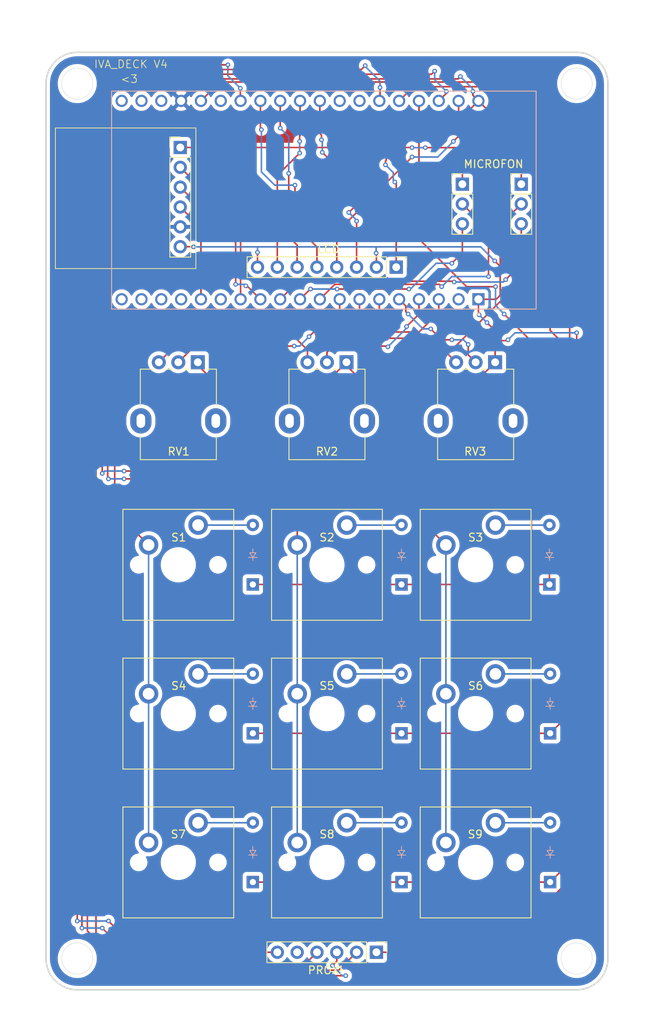
<source format=kicad_pcb>
(kicad_pcb (version 20240108) (generator "pcbnew") (generator_version "8.0")
  (layers (0 "F.Cu" signal) (31 "B.Cu" signal) (34 "B.Paste" user) (35 "F.Paste" user) (36 "B.SilkS" user "B.Silkscreen") (37 "F.SilkS" user "F.Silkscreen") (38 "B.Mask" user) (39 "F.Mask" user) (44 "Edge.Cuts" user))
  (net 0 "")
  (net 1 "row 1")
  (net 2 "Net-(D1-A)")
  (net 3 "Net-(D2-A)")
  (net 4 "Net-(D3-A)")
  (net 5 "Net-(D4-A)")
  (net 6 "row 2")
  (net 7 "Net-(D5-A)")
  (net 8 "Net-(D6-A)")
  (net 9 "row 3")
  (net 10 "Net-(D7-A)")
  (net 11 "Net-(D8-A)")
  (net 12 "Net-(D9-A)")
  (net 13 "vol 1")
  (net 14 "vol 2")
  (net 15 "vol 3")
  (net 16 "col 1")
  (net 17 "col 2")
  (net 18 "col 3")
  (net 19 "D_SDA")
  (net 20 "D_SCL")
  (net 21 "D_DC")
  (net 23 "D_RST")
  (net 27 "C_clk")
  (net 30 "M_SCK")
  (net 33 "M_WS")
  (net 34 "M_SD")
  (net 36 "P_SCL")
  (net 37 "C_vcc")
  (net 38 "C_gnd")
  (net 39 "C_cs")
  (net 40 "C_miso")
  (net 41 "C_mosi")
  (net 42 "P_XSHUT")
  (net 43 "vcc_5v")
  (net 44 "P_GPIO1")
  (net 45 "P_SDA")
  (net 46 "D_CS")
  (footprint "Potentiometer_THT:Potentiometer_Alpha_RD901F-40-00D_Single_Vertical" (layer "F.Cu") (at 99.45 78.075 -90)
    (property "Reference" "RV1")
    (property "Value" "R_Potentiometer" (hide yes))
  )
  (footprint "ScottoKeebs_MX:MX_PCB_1.00u" (layer "F.Cu") (at 96.95 104)
    (property "Reference" "S1")
    (property "Value" "Keyswitch")
  )
  (footprint "Potentiometer_THT:Potentiometer_Alpha_RD901F-40-00D_Single_Vertical" (layer "F.Cu") (at 137.55 78.075 -90)
    (property "Reference" "RV3")
    (property "Value" "R_Potentiometer")
  )
  (footprint "Connector_PinHeader_2.54mm:PinHeader_1x03_P2.54mm_Vertical" (layer "F.Cu") (at 133.35 55.275)
    (property "Reference" "MICROFON")
    (property "Value" "IMNP441_stanga" (hide yes))
  )
  (footprint "Connector_PinHeader_2.54mm:PinHeader_1x06_P2.54mm_Vertical" (layer "F.Cu") (at 97.2 50.58)
    (property "Reference" "J2" (hide yes))
    (property "Value" "Card_reader" (hide yes))
  )
  (footprint "Connector_PinHeader_2.54mm:PinHeader_1x08_P2.54mm_Vertical" (layer "F.Cu") (at 124.875 65.9 -90)
    (property "Reference" "LCD")
    (property "Value" "ST7789" (hide yes))
  )
  (footprint "ScottoKeebs_MX:MX_PCB_1.00u" (layer "F.Cu") (at 135.05 123.05)
    (property "Reference" "S6")
    (property "Value" "Keyswitch")
  )
  (footprint "Connector_PinHeader_2.54mm:PinHeader_1x06_P2.54mm_Vertical" (layer "F.Cu") (at 122.34 153.6 -90)
    (property "Reference" "PROXI")
    (property "Value" "VL53L0X" (hide yes))
  )
  (footprint "ScottoKeebs_MX:MX_PCB_1.00u" (layer "F.Cu") (at 96.95 142.1)
    (property "Reference" "S7")
    (property "Value" "Keyswitch")
  )
  (footprint "ScottoKeebs_MX:MX_PCB_1.00u" (layer "F.Cu") (at 116 104)
    (property "Reference" "S2")
    (property "Value" "Keyswitch")
  )
  (footprint "ScottoKeebs_MX:MX_PCB_1.00u" (layer "F.Cu") (at 135.05 142.1)
    (property "Reference" "S9")
    (property "Value" "Keyswitch")
  )
  (footprint "Potentiometer_THT:Potentiometer_Alpha_RD901F-40-00D_Single_Vertical" (layer "F.Cu") (at 118.5 78.075 -90)
    (property "Reference" "RV2")
    (property "Value" "R_Potentiometer")
  )
  (footprint "Connector_PinHeader_2.54mm:PinHeader_1x03_P2.54mm_Vertical" (layer "F.Cu") (at 140.9 55.275)
    (property "Reference" "J4" (hide yes))
    (property "Value" "IMNP441_Dreapta" (hide yes))
  )
  (footprint "ScottoKeebs_MX:MX_PCB_1.00u" (layer "F.Cu") (at 116 123.05)
    (property "Reference" "S5")
    (property "Value" "Keyswitch")
  )
  (footprint "ScottoKeebs_MX:MX_PCB_1.00u" (layer "F.Cu") (at 135.05 104)
    (property "Reference" "S3")
    (property "Value" "Keyswitch")
  )
  (footprint "ScottoKeebs_MX:MX_PCB_1.00u" (layer "F.Cu") (at 116 142.1)
    (property "Reference" "S8")
    (property "Value" "Keyswitch")
  )
  (footprint "ScottoKeebs_MX:MX_PCB_1.00u" (layer "F.Cu") (at 96.95 123.05)
    (property "Reference" "S4")
    (property "Value" "Keyswitch")
  )
  (footprint "ScottoKeebs_Scotto:DO-35" (layer "B.Cu") (at 144.6 125.57 90)
    (property "Reference" "D6" (hide yes))
    (property "Value" "Diode" (hide yes))
  )
  (footprint "ScottoKeebs_Scotto:DO-35" (layer "B.Cu") (at 144.6 144.62 90)
    (property "Reference" "D9" (hide yes))
    (property "Value" "Diode" (hide yes))
  )
  (footprint "ScottoKeebs_Scotto:DO-35" (layer "B.Cu") (at 144.51 106.52 90)
    (property "Reference" "D3" (hide yes))
    (property "Value" "Diode" (hide yes))
  )
  (footprint "ScottoKeebs_Scotto:DO-35" (layer "B.Cu") (at 106.5 144.62 90)
    (property "Reference" "D7" (hide yes))
    (property "Value" "Diode" (hide yes))
  )
  (footprint "ScottoKeebs_Scotto:DO-35" (layer "B.Cu") (at 106.5 125.57 90)
    (property "Reference" "D4" (hide yes))
    (property "Value" "Diode" (hide yes))
  )
  (footprint "ScottoKeebs_Scotto:DO-35" (layer "B.Cu") (at 125.55 144.62 90)
    (property "Reference" "D8" (hide yes))
    (property "Value" "Diode" (hide yes))
  )
  (footprint "ESP32-DEVKITC-32D:MODULE_ESP32-DEVKITC-32D" (layer "B.Cu") (at 115.65 57.3125 90)
    (property "Reference" "U3" (hide yes))
    (property "Value" "ESP32-DEVKITC-32D")
  )
  (footprint "ScottoKeebs_Scotto:DO-35" (layer "B.Cu") (at 125.55 125.57 90)
    (property "Reference" "D5" (hide yes))
    (property "Value" "Diode" (hide yes))
  )
  (footprint "ScottoKeebs_Scotto:DO-35" (layer "B.Cu") (at 106.5 106.52 90)
    (property "Reference" "D1" (hide yes))
    (property "Value" "Diode" (hide yes))
  )
  (footprint "ScottoKeebs_Scotto:DO-35" (layer "B.Cu") (at 125.55 106.52 90)
    (property "Reference" "D2" (hide yes))
    (property "Value" "Diode" (hide yes))
  )
  (gr_line (start 81.2 48.08) (end 99.2 48.08) (stroke (width 0.1)) (layer "F.SilkS"))
  (gr_line (start 99.2 66.08) (end 81.2 66.08) (stroke (width 0.1)) (layer "F.SilkS"))
  (gr_line (start 81.2 66.08) (end 81.2 48.08) (stroke (width 0.1)) (layer "F.SilkS"))
  (gr_line (start 99.2 48.08) (end 99.2 66.08) (stroke (width 0.1)) (layer "F.SilkS"))
  (gr_circle (center 84 154.4) (end 86 154.4) (stroke (width 0.05)) (fill none) (layer "Edge.Cuts"))
  (gr_circle (center 84 42.4) (end 86 42.4) (stroke (width 0.05)) (fill none) (layer "Edge.Cuts"))
  (gr_circle (center 148 42.4) (end 150 42.4) (stroke (width 0.05)) (fill none) (layer "Edge.Cuts"))
  (gr_arc (start 148 38.4) (mid 150.828427 39.571573) (end 152 42.4) (stroke (width 0.2)) (layer "Edge.Cuts"))
  (gr_line (start 84 38.4) (end 148 38.4) (stroke (width 0.2)) (layer "Edge.Cuts"))
  (gr_circle (center 148 154.4) (end 150 154.4) (stroke (width 0.05)) (fill none) (layer "Edge.Cuts"))
  (gr_arc (start 84 158.4) (mid 81.171573 157.228427) (end 80 154.4) (stroke (width 0.2)) (layer "Edge.Cuts"))
  (gr_line (start 80 154.4) (end 80 42.4) (stroke (width 0.2)) (layer "Edge.Cuts"))
  (gr_arc (start 80 42.4) (mid 81.171573 39.571573) (end 84 38.4) (stroke (width 0.2)) (layer "Edge.Cuts"))
  (gr_arc (start 152 154.4) (mid 150.828427 157.228427) (end 148 158.4) (stroke (width 0.2)) (layer "Edge.Cuts"))
  (gr_line (start 148 158.4) (end 84 158.4) (stroke (width 0.2)) (layer "Edge.Cuts"))
  (gr_line (start 152 42.4) (end 152 154.4) (stroke (width 0.2)) (layer "Edge.Cuts"))
  (gr_text "IVA_DECK V4\n" (at 86.1 40.5 0) (layer "F.SilkS") (effects (font (size 1 1) (thickness 0.1)) (justify left bottom)))
  (gr_text "<3" (at 89.5 42.4 0) (layer "F.SilkS") (effects (font (size 1 1) (thickness 0.1)) (justify left bottom)))
  (segment (start 142.2 100.9) (end 142.2 75.4) (width 0.2) (layer "F.Cu") (net 1))
  (segment (start 133.9 68.4) (end 127.79 62.29) (width 0.2) (layer "F.Cu") (net 1))
  (segment (start 142.2 75.4) (end 138.7 71.9) (width 0.2) (layer "F.Cu") (net 1))
  (segment (start 144.51 103.21) (end 142.2 100.9) (width 0.2) (layer "F.Cu") (net 1))
  (segment (start 137.6 68.4) (end 133.9 68.4) (width 0.2) (layer "F.Cu") (net 1))
  (segment (start 144.51 106.52) (end 144.51 103.21) (width 0.2) (layer "F.Cu") (net 1))
  (segment (start 127.79 62.29) (end 127.79 44.6125) (width 0.2) (layer "F.Cu") (net 1))
  (segment (start 106.5 106.52) (end 125.55 106.52) (width 0.2) (layer "F.Cu") (net 1))
  (segment (start 125.55 106.52) (end 144.51 106.52) (width 0.2) (layer "F.Cu") (net 1))
  (via (at 137.6 68.4) (size 0.6) (drill 0.3) (layers "F.Cu" "B.Cu") (net 1))
  (via (at 138.7 71.9) (size 0.6) (drill 0.3) (layers "F.Cu" "B.Cu") (net 1))
  (segment (start 137.6 70.8) (end 137.6 68.4) (width 0.2) (layer "B.Cu") (net 1))
  (segment (start 138.7 71.9) (end 137.6 70.8) (width 0.2) (layer "B.Cu") (net 1))
  (segment (start 106.48 98.92) (end 106.5 98.9) (width 0.2) (layer "B.Cu") (net 2))
  (segment (start 99.49 98.92) (end 106.48 98.92) (width 0.2) (layer "B.Cu") (net 2))
  (segment (start 125.53 98.92) (end 125.55 98.9) (width 0.2) (layer "B.Cu") (net 3))
  (segment (start 118.54 98.92) (end 125.53 98.92) (width 0.2) (layer "B.Cu") (net 3))
  (segment (start 144.49 98.92) (end 144.51 98.9) (width 0.2) (layer "B.Cu") (net 4))
  (segment (start 137.59 98.92) (end 144.49 98.92) (width 0.2) (layer "B.Cu") (net 4))
  (segment (start 99.49 117.97) (end 106.48 117.97) (width 0.2) (layer "B.Cu") (net 5))
  (segment (start 106.48 117.97) (end 106.5 117.95) (width 0.2) (layer "B.Cu") (net 5))
  (segment (start 144.6 48.6) (end 138.8 42.8) (width 0.2) (layer "F.Cu") (net 6))
  (segment (start 144.6 74) (end 144.6 48.6) (width 0.2) (layer "F.Cu") (net 6))
  (segment (start 144.6 125.57) (end 146.4 123.77) (width 0.2) (layer "F.Cu") (net 6))
  (segment (start 146.4 75.8) (end 144.6 74) (width 0.2) (layer "F.Cu") (net 6))
  (segment (start 138.8 42.8) (end 127.0625 42.8) (width 0.2) (layer "F.Cu") (net 6))
  (segment (start 146.4 123.77) (end 146.4 75.8) (width 0.2) (layer "F.Cu") (net 6))
  (segment (start 125.55 125.57) (end 144.6 125.57) (width 0.2) (layer "F.Cu") (net 6))
  (segment (start 127.0625 42.8) (end 125.25 44.6125) (width 0.2) (layer "F.Cu") (net 6))
  (segment (start 106.5 125.57) (end 125.55 125.57) (width 0.2) (layer "F.Cu") (net 6))
  (segment (start 118.54 117.97) (end 125.53 117.97) (width 0.2) (layer "B.Cu") (net 7))
  (segment (start 125.53 117.97) (end 125.55 117.95) (width 0.2) (layer "B.Cu") (net 7))
  (segment (start 144.58 117.97) (end 144.6 117.95) (width 0.2) (layer "B.Cu") (net 8))
  (segment (start 137.59 117.97) (end 144.58 117.97) (width 0.2) (layer "B.Cu") (net 8))
  (segment (start 147.1 142.4) (end 147.1 50.4) (width 0.2) (layer "F.Cu") (net 9))
  (segment (start 146.38 143.12) (end 147.1 142.4) (width 0.2) (layer "F.Cu") (net 9))
  (segment (start 138.9 42.2) (end 102.2625 42.2) (width 0.2) (layer "F.Cu") (net 9))
  (segment (start 102.2625 42.2) (end 99.85 44.6125) (width 0.2) (layer "F.Cu") (net 9))
  (segment (start 144.6 144.62) (end 146.1 143.12) (width 0.2) (layer "F.Cu") (net 9))
  (segment (start 146.1 143.12) (end 146.38 143.12) (width 0.2) (layer "F.Cu") (net 9))
  (segment (start 147.1 50.4) (end 138.9 42.2) (width 0.2) (layer "F.Cu") (net 9))
  (segment (start 125.55 144.62) (end 144.6 144.62) (width 0.2) (layer "F.Cu") (net 9))
  (segment (start 106.5 144.62) (end 125.55 144.62) (width 0.2) (layer "F.Cu") (net 9))
  (segment (start 99.49 137.02) (end 106.48 137.02) (width 0.2) (layer "B.Cu") (net 10))
  (segment (start 106.48 137.02) (end 106.5 137) (width 0.2) (layer "B.Cu") (net 10))
  (segment (start 118.54 137.02) (end 125.53 137.02) (width 0.2) (layer "B.Cu") (net 11))
  (segment (start 125.53 137.02) (end 125.55 137) (width 0.2) (layer "B.Cu") (net 11))
  (segment (start 144.58 137.02) (end 144.6 137) (width 0.2) (layer "B.Cu") (net 12))
  (segment (start 137.59 137.02) (end 144.58 137.02) (width 0.2) (layer "B.Cu") (net 12))
  (segment (start 99.025 76) (end 111.8 76) (width 0.2) (layer "F.Cu") (net 13))
  (segment (start 127.8 74.2) (end 130.33 71.67) (width 0.2) (layer "F.Cu") (net 13))
  (segment (start 113.7 74.8) (end 114.3 74.2) (width 0.2) (layer "F.Cu") (net 13))
  (segment (start 96.95 78.075) (end 99.025 76) (width 0.2) (layer "F.Cu") (net 13))
  (segment (start 114.3 74.2) (end 127.8 74.2) (width 0.2) (layer "F.Cu") (net 13))
  (segment (start 130.33 71.67) (end 130.33 70.0125) (width 0.2) (layer "F.Cu") (net 13))
  (via (at 113.7 74.8) (size 0.6) (drill 0.3) (layers "F.Cu" "B.Cu") (net 13))
  (via (at 111.8 76) (size 0.6) (drill 0.3) (layers "F.Cu" "B.Cu") (net 13))
  (segment (start 111.8 76) (end 112.5 76) (width 0.2) (layer "B.Cu") (net 13))
  (segment (start 112.5 76) (end 113.7 74.8) (width 0.2) (layer "B.Cu") (net 13))
  (segment (start 116.8 76) (end 123.7 76) (width 0.2) (layer "F.Cu") (net 14))
  (segment (start 116 76.8) (end 116.8 76) (width 0.2) (layer "F.Cu") (net 14))
  (segment (start 127.79 71.91) (end 127.79 70.0125) (width 0.2) (layer "F.Cu") (net 14))
  (segment (start 116 78.075) (end 116 76.8) (width 0.2) (layer "F.Cu") (net 14))
  (segment (start 126.2 73.5) (end 127.79 71.91) (width 0.2) (layer "F.Cu") (net 14))
  (segment (start 123.7 76) (end 123.8 76.1) (width 0.2) (layer "F.Cu") (net 14))
  (via (at 123.8 76.1) (size 0.6) (drill 0.3) (layers "F.Cu" "B.Cu") (net 14))
  (via (at 126.2 73.5) (size 0.6) (drill 0.3) (layers "F.Cu" "B.Cu") (net 14))
  (segment (start 123.8 76.1) (end 126.2 73.7) (width 0.2) (layer "B.Cu") (net 14))
  (segment (start 126.2 73.7) (end 126.2 73.5) (width 0.2) (layer "B.Cu") (net 14))
  (segment (start 126.4 71.9) (end 126.1 71.6) (width 0.2) (layer "F.Cu") (net 15))
  (segment (start 126.1 71.6) (end 126.1 70.8625) (width 0.2) (layer "F.Cu") (net 15))
  (segment (start 126.1 70.8625) (end 125.25 70.0125) (width 0.2) (layer "F.Cu") (net 15))
  (segment (start 130.7 75.2) (end 129.3 73.8) (width 0.2) (layer "F.Cu") (net 15))
  (segment (start 135.05 78.075) (end 134.1 77.125) (width 0.2) (layer "F.Cu") (net 15))
  (segment (start 132 75.2) (end 130.7 75.2) (width 0.2) (layer "F.Cu") (net 15))
  (segment (start 134.1 77.125) (end 134.1 75.8) (width 0.2) (layer "F.Cu") (net 15))
  (via (at 132 75.2) (size 0.6) (drill 0.3) (layers "F.Cu" "B.Cu") (net 15))
  (via (at 129.3 73.8) (size 0.6) (drill 0.3) (layers "F.Cu" "B.Cu") (net 15))
  (via (at 126.4 71.9) (size 0.6) (drill 0.3) (layers "F.Cu" "B.Cu") (net 15))
  (via (at 134.1 75.8) (size 0.6) (drill 0.3) (layers "F.Cu" "B.Cu") (net 15))
  (segment (start 134.1 75.8) (end 133.5 75.2) (width 0.2) (layer "B.Cu") (net 15))
  (segment (start 133.5 75.2) (end 132 75.2) (width 0.2) (layer "B.Cu") (net 15))
  (segment (start 129.3 73.8) (end 128.3 73.8) (width 0.2) (layer "B.Cu") (net 15))
  (segment (start 128.3 73.8) (end 126.4 71.9) (width 0.2) (layer "B.Cu") (net 15))
  (segment (start 88.8 81.4) (end 96 74.2) (width 0.2) (layer "F.Cu") (net 16))
  (segment (start 122.71 71.49) (end 122.71 70.0125) (width 0.2) (layer "F.Cu") (net 16))
  (segment (start 88.8 97.12) (end 88.8 81.4) (width 0.2) (layer "F.Cu") (net 16))
  (segment (start 112.851471 73.6) (end 120.6 73.6) (width 0.2) (layer "F.Cu") (net 16))
  (segment (start 112.251471 74.2) (end 112.851471 73.6) (width 0.2) (layer "F.Cu") (net 16))
  (segment (start 96 74.2) (end 112.251471 74.2) (width 0.2) (layer "F.Cu") (net 16))
  (segment (start 120.6 73.6) (end 122.71 71.49) (width 0.2) (layer "F.Cu") (net 16))
  (segment (start 93.14 101.46) (end 88.8 97.12) (width 0.2) (layer "F.Cu") (net 16))
  (segment (start 93.14 120.51) (end 93.14 139.56) (width 0.2) (layer "B.Cu") (net 16))
  (segment (start 93.14 101.46) (end 93.14 120.51) (width 0.2) (layer "B.Cu") (net 16))
  (segment (start 112.285785 73.6) (end 112.885785 73) (width 0.2) (layer "F.Cu") (net 17))
  (segment (start 120.17 71.5) (end 120.17 70.0125) (width 0.2) (layer "F.Cu") (net 17))
  (segment (start 112.885785 73) (end 118.67 73) (width 0.2) (layer "F.Cu") (net 17))
  (segment (start 118.67 73) (end 120.17 71.5) (width 0.2) (layer "F.Cu") (net 17))
  (segment (start 87.9 81.4) (end 95.7 73.6) (width 0.2) (layer "F.Cu") (net 17))
  (segment (start 112 93) (end 90 93) (width 0.2) (layer "F.Cu") (net 17))
  (segment (start 112.19 97) (end 112.19 101.46) (width 0.2) (layer "F.Cu") (net 17))
  (segment (start 112.19 97) (end 112.19 93.19) (width 0.2) (layer "F.Cu") (net 17))
  (segment (start 112.19 93.19) (end 112 93) (width 0.2) (layer "F.Cu") (net 17))
  (segment (start 88 93) (end 87.9 92.9) (width 0.2) (layer "F.Cu") (net 17))
  (segment (start 95.7 73.6) (end 112.285785 73.6) (width 0.2) (layer "F.Cu") (net 17))
  (segment (start 87.9 92.9) (end 87.9 81.4) (width 0.2) (layer "F.Cu") (net 17))
  (via (at 90 93) (size 0.6) (drill 0.3) (layers "F.Cu" "B.Cu") (net 17))
  (via (at 88 93) (size 0.6) (drill 0.3) (layers "F.Cu" "B.Cu") (net 17))
  (segment (start 112.19 120.51) (end 112.19 139.56) (width 0.2) (layer "B.Cu") (net 17))
  (segment (start 112.19 101.46) (end 112.19 120.51) (width 0.2) (layer "B.Cu") (net 17))
  (segment (start 90 93) (end 88 93) (width 0.2) (layer "B.Cu") (net 17))
  (segment (start 95.517157 72.8) (end 112.520099 72.8) (width 0.2) (layer "F.Cu") (net 18))
  (segment (start 112.720099 72.6) (end 116.8 72.6) (width 0.2) (layer "F.Cu") (net 18))
  (segment (start 87.2 81.117157) (end 95.517157 72.8) (width 0.2) (layer "F.Cu") (net 18))
  (segment (start 112.520099 72.8) (end 112.720099 72.6) (width 0.2) (layer "F.Cu") (net 18))
  (segment (start 87.2 92.3) (end 87.2 81.117157) (width 0.2) (layer "F.Cu") (net 18))
  (segment (start 124.8 95.02) (end 121.78 92) (width 0.2) (layer "F.Cu") (net 18))
  (segment (start 116.8 72.6) (end 117.63 71.77) (width 0.2) (layer "F.Cu") (net 18))
  (segment (start 117.63 71.77) (end 117.63 70.0125) (width 0.2) (layer "F.Cu") (net 18))
  (segment (start 121.78 92) (end 90 92) (width 0.2) (layer "F.Cu") (net 18))
  (segment (start 124.8 95.02) (end 131.24 101.46) (width 0.2) (layer "F.Cu") (net 18))
  (via (at 90 92) (size 0.6) (drill 0.3) (layers "F.Cu" "B.Cu") (net 18))
  (via (at 87.2 92.3) (size 0.6) (drill 0.3) (layers "F.Cu" "B.Cu") (net 18))
  (segment (start 131.24 120.51) (end 131.24 139.56) (width 0.2) (layer "B.Cu") (net 18))
  (segment (start 131.24 101.46) (end 131.24 120.51) (width 0.2) (layer "B.Cu") (net 18))
  (segment (start 87.2 92.3) (end 87.5 92) (width 0.2) (layer "B.Cu") (net 18))
  (segment (start 87.5 92) (end 90 92) (width 0.2) (layer "B.Cu") (net 18))
  (segment (start 117.255 65.9) (end 117.255 61.445) (width 0.2) (layer "F.Cu") (net 19))
  (segment (start 132.87 49.13) (end 132.87 44.6125) (width 0.2) (layer "F.Cu") (net 19))
  (segment (start 117.255 61.445) (end 126.9 51.8) (width 0.2) (layer "F.Cu") (net 19))
  (segment (start 132.2 49.8) (end 132.87 49.13) (width 0.2) (layer "F.Cu") (net 19))
  (via (at 126.9 51.8) (size 0.6) (drill 0.3) (layers "F.Cu" "B.Cu") (net 19))
  (via (at 132.2 49.8) (size 0.6) (drill 0.3) (layers "F.Cu" "B.Cu") (net 19))
  (segment (start 130.2 51.8) (end 132.2 49.8) (width 0.2) (layer "B.Cu") (net 19))
  (segment (start 126.9 51.8) (end 130.2 51.8) (width 0.2) (layer "B.Cu") (net 19))
  (segment (start 118.8 58.9) (end 119.9 57.8) (width 0.2) (layer "F.Cu") (net 20))
  (segment (start 115.3 49.6) (end 115.3 49) (width 0.2) (layer "F.Cu") (net 20))
  (segment (start 119.795 60.005) (end 119.8 60) (width 0.2) (layer "F.Cu") (net 20))
  (segment (start 119.795 65.9) (end 119.795 60.005) (width 0.2) (layer "F.Cu") (net 20))
  (segment (start 115.3 49) (end 115.09 48.79) (width 0.2) (layer "F.Cu") (net 20))
  (segment (start 119.9 55.7) (end 115.4 51.2) (width 0.2) (layer "F.Cu") (net 20))
  (segment (start 119.9 57.8) (end 119.9 55.7) (width 0.2) (layer "F.Cu") (net 20))
  (segment (start 115.09 48.79) (end 115.09 44.6125) (width 0.2) (layer "F.Cu") (net 20))
  (via (at 115.3 49.6) (size 0.6) (drill 0.3) (layers "F.Cu" "B.Cu") (net 20))
  (via (at 119.8 60) (size 0.6) (drill 0.3) (layers "F.Cu" "B.Cu") (net 20))
  (via (at 115.4 51.2) (size 0.6) (drill 0.3) (layers "F.Cu" "B.Cu") (net 20))
  (via (at 118.8 58.9) (size 0.6) (drill 0.3) (layers "F.Cu" "B.Cu") (net 20))
  (segment (start 119.8 60) (end 119.8 59.9) (width 0.2) (layer "B.Cu") (net 20))
  (segment (start 119.8 59.9) (end 118.8 58.9) (width 0.2) (layer "B.Cu") (net 20))
  (segment (start 115.4 49.7) (end 115.3 49.6) (width 0.2) (layer "B.Cu") (net 20))
  (segment (start 115.4 51.2) (end 115.4 49.7) (width 0.2) (layer "B.Cu") (net 20))
  (segment (start 111.1 62) (end 111.1 53.9) (width 0.2) (layer "F.Cu") (net 21))
  (segment (start 112.175 63.075) (end 111.1 62) (width 0.2) (layer "F.Cu") (net 21))
  (segment (start 112.175 65.9) (end 112.175 63.075) (width 0.2) (layer "F.Cu") (net 21))
  (segment (start 110.01 48.1) (end 110.01 44.6125) (width 0.2) (layer "F.Cu") (net 21))
  (via (at 111.1 53.9) (size 0.6) (drill 0.3) (layers "F.Cu" "B.Cu") (net 21))
  (via (at 110.01 48.1) (size 0.6) (drill 0.3) (layers "F.Cu" "B.Cu") (net 21))
  (segment (start 110.01 48.1) (end 111.1 49.19) (width 0.2) (layer "B.Cu") (net 21))
  (segment (start 111.1 49.19) (end 111.1 53.9) (width 0.2) (layer "B.Cu") (net 21))
  (segment (start 114.715 63.315) (end 111.9 60.5) (width 0.2) (layer "F.Cu") (net 23))
  (segment (start 114.715 65.9) (end 114.715 63.315) (width 0.2) (layer "F.Cu") (net 23))
  (segment (start 107.47 48.17) (end 107.47 44.6125) (width 0.2) (layer "F.Cu") (net 23))
  (segment (start 107.6 48.3) (end 107.47 48.17) (width 0.2) (layer "F.Cu") (net 23))
  (segment (start 111.9 60.5) (end 111.9 55.4) (width 0.2) (layer "F.Cu") (net 23))
  (via (at 107.6 48.3) (size 0.6) (drill 0.3) (layers "F.Cu" "B.Cu") (net 23))
  (via (at 111.9 55.4) (size 0.6) (drill 0.3) (layers "F.Cu" "B.Cu") (net 23))
  (segment (start 111.9 55.4) (end 109.3 55.4) (width 0.2) (layer "B.Cu") (net 23))
  (segment (start 107.6 53.7) (end 107.6 48.3) (width 0.2) (layer "B.Cu") (net 23))
  (segment (start 109.3 55.4) (end 107.6 53.7) (width 0.2) (layer "B.Cu") (net 23))
  (segment (start 97.2 55.66) (end 104.3 62.76) (width 0.2) (layer "F.Cu") (net 27))
  (segment (start 105.8575 68.4) (end 107.47 70.0125) (width 0.2) (layer "F.Cu") (net 27))
  (segment (start 105.7 68.4) (end 105.8575 68.4) (width 0.2) (layer "F.Cu") (net 27))
  (segment (start 104.3 62.76) (end 104.3 68.1) (width 0.2) (layer "F.Cu") (net 27))
  (segment (start 105.6 68.3) (end 105.7 68.4) (width 0.2) (layer "F.Cu") (net 27))
  (via (at 105.6 68.3) (size 0.6) (drill 0.3) (layers "F.Cu" "B.Cu") (net 27))
  (via (at 104.3 68.1) (size 0.6) (drill 0.3) (layers "F.Cu" "B.Cu") (net 27))
  (segment (start 105.4 68.1) (end 105.6 68.3) (width 0.2) (layer "B.Cu") (net 27))
  (segment (start 104.3 68.1) (end 105.4 68.1) (width 0.2) (layer "B.Cu") (net 27))
  (segment (start 113.9 68.7) (end 113.8625 68.7) (width 0.2) (layer "F.Cu") (net 30))
  (segment (start 133.35 64.05) (end 132 65.4) (width 0.2) (layer "F.Cu") (net 30))
  (segment (start 133.35 60.355) (end 133.35 64.05) (width 0.2) (layer "F.Cu") (net 30))
  (segment (start 126.5 68.7) (end 117.3 68.7) (width 0.2) (layer "F.Cu") (net 30))
  (segment (start 113.8625 68.7) (end 112.55 70.0125) (width 0.2) (layer "F.Cu") (net 30))
  (via (at 132 65.4) (size 0.6) (drill 0.3) (layers "F.Cu" "B.Cu") (net 30))
  (via (at 117.3 68.7) (size 0.6) (drill 0.3) (layers "F.Cu" "B.Cu") (net 30))
  (via (at 126.5 68.7) (size 0.6) (drill 0.3) (layers "F.Cu" "B.Cu") (net 30))
  (via (at 113.9 68.7) (size 0.6) (drill 0.3) (layers "F.Cu" "B.Cu") (net 30))
  (segment (start 126.7 68.7) (end 130 65.4) (width 0.2) (layer "B.Cu") (net 30))
  (segment (start 130 65.4) (end 132 65.4) (width 0.2) (layer "B.Cu") (net 30))
  (segment (start 126.5 68.7) (end 126.7 68.7) (width 0.2) (layer "B.Cu") (net 30))
  (segment (start 117.3 68.7) (end 113.9 68.7) (width 0.2) (layer "B.Cu") (net 30))
  (segment (start 130.7 68.4) (end 130.4 68.1) (width 0.2) (layer "F.Cu") (net 33))
  (segment (start 130.4 68.1) (end 117.0025 68.1) (width 0.2) (layer "F.Cu") (net 33))
  (segment (start 136.7 61.165) (end 136.7 67.1) (width 0.2) (layer "F.Cu") (net 33))
  (segment (start 133.35 57.815) (end 136.7 61.165) (width 0.2) (layer "F.Cu") (net 33))
  (segment (start 117.0025 68.1) (end 115.09 70.0125) (width 0.2) (layer "F.Cu") (net 33))
  (via (at 130.7 68.4) (size 0.6) (drill 0.3) (layers "F.Cu" "B.Cu") (net 33))
  (via (at 136.7 67.1) (size 0.6) (drill 0.3) (layers "F.Cu" "B.Cu") (net 33))
  (segment (start 136.7 67.1) (end 132 67.1) (width 0.2) (layer "B.Cu") (net 33))
  (segment (start 132 67.1) (end 130.7 68.4) (width 0.2) (layer "B.Cu") (net 33))
  (segment (start 132.3 67.8) (end 132.2 67.7) (width 0.2) (layer "F.Cu") (net 34))
  (segment (start 140.9 60.355) (end 140.9 65.5) (width 0.2) (layer "F.Cu") (net 34))
  (segment (start 112.3225 67.7) (end 110.01 70.0125) (width 0.2) (layer "F.Cu") (net 34))
  (segment (start 140.9 65.5) (end 138.9 67.5) (width 0.2) (layer "F.Cu") (net 34))
  (segment (start 132.2 67.7) (end 112.3225 67.7) (width 0.2) (layer "F.Cu") (net 34))
  (via (at 132.3 67.8) (size 0.6) (drill 0.3) (layers "F.Cu" "B.Cu") (net 34))
  (via (at 138.9 67.5) (size 0.6) (drill 0.3) (layers "F.Cu" "B.Cu") (net 34))
  (segment (start 138.6 67.8) (end 132.3 67.8) (width 0.2) (layer "B.Cu") (net 34))
  (segment (start 138.9 67.5) (end 138.6 67.8) (width 0.2) (layer "B.Cu") (net 34))
  (segment (start 118.426346 156.6) (end 118.4 156.6) (width 0.2) (layer "F.Cu") (net 36))
  (segment (start 129.4 41.2) (end 129.8 40.8) (width 0.2) (layer "F.Cu") (net 36))
  (segment (start 131.3 43.4) (end 131.3 43.6425) (width 0.2) (layer "F.Cu") (net 36))
  (segment (start 85.3 46.3) (end 90.4 41.2) (width 0.2) (layer "F.Cu") (net 36))
  (segment (start 91.034314 156.6) (end 85.3 150.865686) (width 0.2) (layer "F.Cu") (net 36))
  (segment (start 118.4 156.6) (end 91.034314 156.6) (width 0.2) (layer "F.Cu") (net 36))
  (segment (start 85.3 150.865686) (end 85.3 46.3) (width 0.2) (layer "F.Cu") (net 36))
  (segment (start 90.4 41.2) (end 129.4 41.2) (width 0.2) (layer "F.Cu") (net 36))
  (segment (start 131.3 43.6425) (end 130.33 44.6125) (width 0.2) (layer "F.Cu") (net 36))
  (segment (start 117.26 154.74) (end 116.7 155.3) (width 0.2) (layer "F.Cu") (net 36))
  (segment (start 117.26 153.6) (end 117.26 154.74) (width 0.2) (layer "F.Cu") (net 36))
  (via (at 129.8 40.8) (size 0.6) (drill 0.3) (layers "F.Cu" "B.Cu") (net 36))
  (via (at 118.4 156.6) (size 0.6) (drill 0.3) (layers "F.Cu" "B.Cu") (net 36))
  (via (at 116.7 155.3) (size 0.6) (drill 0.3) (layers "F.Cu" "B.Cu") (net 36))
  (via (at 131.3 43.4) (size 0.6) (drill 0.3) (layers "F.Cu" "B.Cu") (net 36))
  (segment (start 118 156.6) (end 118.4 156.6) (width 0.2) (layer "B.Cu") (net 36))
  (segment (start 129.8 41.9) (end 131.3 43.4) (width 0.2) (layer "B.Cu") (net 36))
  (segment (start 116.7 155.3) (end 118 156.6) (width 0.2) (layer "B.Cu") (net 36))
  (segment (start 129.8 40.8) (end 129.8 41.9) (width 0.2) (layer "B.Cu") (net 36))
  (segment (start 137.55 74.05) (end 136.5 73) (width 0.2) (layer "F.Cu") (net 37))
  (segment (start 99.45 78.45) (end 101 80) (width 0.2) (layer "F.Cu") (net 37))
  (segment (start 148 143.42) (end 148 74.3) (width 0.2) (layer "F.Cu") (net 37))
  (segment (start 135.625 80) (end 137.55 78.075) (width 0.2) (layer "F.Cu") (net 37))
  (segment (start 137.55 78.075) (end 137.55 75.3) (width 0.2) (layer "F.Cu") (net 37))
  (segment (start 135.41 71.91) (end 135.41 70.0125) (width 0.2) (layer "F.Cu") (net 37))
  (segment (start 106 80) (end 116.575 80) (width 0.2) (layer "F.Cu") (net 37))
  (segment (start 107.095 64.005) (end 107.1 64) (width 0.2) (layer "F.Cu") (net 37))
  (segment (start 122.34 153.6) (end 137.82 153.6) (width 0.2) (layer "F.Cu") (net 37))
  (segment (start 116.575 80) (end 118.5 78.075) (width 0.2) (layer "F.Cu") (net 37))
  (segment (start 138.2 65.8) (end 138.2 66.4) (width 0.2) (layer "F.Cu") (net 37))
  (segment (start 107.095 65.9) (end 107.095 64.005) (width 0.2) (layer "F.Cu") (net 37))
  (segment (start 137.55 75.3) (end 137.55 74.05) (width 0.2) (layer "F.Cu") (net 37))
  (segment (start 122.335 65.9) (end 122.335 64.135) (width 0.2) (layer "F.Cu") (net 37))
  (segment (start 140.9 57.815) (end 138.2 60.515) (width 0.2) (layer "F.Cu") (net 37))
  (segment (start 135.5 72) (end 135.41 71.91) (width 0.2) (layer "F.Cu") (net 37))
  (segment (start 122.335 64.135) (end 122.3 64.1) (width 0.2) (layer "F.Cu") (net 37))
  (segment (start 138.2 60.515) (end 138.2 66.4) (width 0.2) (layer "F.Cu") (net 37))
  (segment (start 137.82 153.6) (end 148 143.42) (width 0.2) (layer "F.Cu") (net 37))
  (segment (start 137.5 65.1) (end 138.2 65.8) (width 0.2) (layer "F.Cu") (net 37))
  (segment (start 101 80) (end 106 80) (width 0.2) (layer "F.Cu") (net 37))
  (segment (start 120 80) (end 135.625 80) (width 0.2) (layer "F.Cu") (net 37))
  (segment (start 138.2 66.4) (end 138.2 69.5) (width 0.2) (layer "F.Cu") (net 37))
  (segment (start 99.45 78.075) (end 99.45 78.45) (width 0.2) (layer "F.Cu") (net 37))
  (segment (start 138.2 69.5) (end 137.6875 70.0125) (width 0.2) (layer "F.Cu") (net 37))
  (segment (start 118.5 78.075) (end 118.5 78.5) (width 0.2) (layer "F.Cu") (net 37))
  (segment (start 137.6875 70.0125) (end 135.41 70.0125) (width 0.2) (layer "F.Cu") (net 37))
  (segment (start 139.1 75.3) (end 137.55 75.3) (width 0.2) (layer "F.Cu") (net 37))
  (segment (start 97.2 63.28) (end 98.88 63.28) (width 0.2) (layer "F.Cu") (net 37))
  (segment (start 139.2 75.2) (end 139.1 75.3) (width 0.2) (layer "F.Cu") (net 37))
  (segment (start 118.5 78.5) (end 120 80) (width 0.2) (layer "F.Cu") (net 37))
  (segment (start 98.88 63.28) (end 98.9 63.3) (width 0.2) (layer "F.Cu") (net 37))
  (via (at 136.5 73) (size 0.6) (drill 0.3) (layers "F.Cu" "B.Cu") (net 37))
  (via (at 135.5 72) (size 0.6) (drill 0.3) (layers "F.Cu" "B.Cu") (net 37))
  (via (at 137.5 65.1) (size 0.6) (drill 0.3) (layers "F.Cu" "B.Cu") (net 37))
  (via (at 122.3 64.1) (size 0.6) (drill 0.3) (layers "F.Cu" "B.Cu") (net 37))
  (via (at 98.9 63.3) (size 0.6) (drill 0.3) (layers "F.Cu" "B.Cu") (net 37))
  (via (at 139.2 75.2) (size 0.6) (drill 0.3) (layers "F.Cu" "B.Cu") (net 37))
  (via (at 148 74.3) (size 0.6) (drill 0.3) (layers "F.Cu" "B.Cu") (net 37))
  (via (at 107.1 64) (size 0.6) (drill 0.3) (layers "F.Cu" "B.Cu") (net 37))
  (segment (start 135.7 63.3) (end 137.5 65.1) (width 0.2) (layer "B.Cu") (net 37))
  (segment (start 107.1 63.3) (end 122.4 63.3) (width 0.2) (layer "B.Cu") (net 37))
  (segment (start 98.9 63.3) (end 107.1 63.3) (width 0.2) (layer "B.Cu") (net 37))
  (segment (start 122.3 64.1) (end 122.3 63.4) (width 0.2) (layer "B.Cu") (net 37))
  (segment (start 107.1 64) (end 107.1 63.3) (width 0.2) (layer "B.Cu") (net 37))
  (segment (start 140.1 74.3) (end 139.2 75.2) (width 0.2) (layer "B.Cu") (net 37))
  (segment (start 136.5 73) (end 135.5 72) (width 0.2) (layer "B.Cu") (net 37))
  (segment (start 148 74.3) (end 140.1 74.3) (width 0.2) (layer "B.Cu") (net 37))
  (segment (start 122.4 63.3) (end 135.7 63.3) (width 0.2) (layer "B.Cu") (net 37))
  (segment (start 122.3 63.4) (end 122.4 63.3) (width 0.2) (layer "B.Cu") (net 37))
  (segment (start 86.4 151.4) (end 86.4 80.5) (width 0.2) (layer "F.Cu") (net 38))
  (segment (start 124.875 55.175) (end 124.7 55) (width 0.2) (layer "F.Cu") (net 38))
  (segment (start 130.5375 76.0625) (end 132.55 78.075) (width 0.2) (layer "F.Cu") (net 38))
  (segment (start 112 75) (end 113.5 76.5) (width 0.2) (layer "F.Cu") (net 38))
  (segment (start 132.4375 76.0625) (end 143.5 65) (width 0.2) (layer "F.Cu") (net 38))
  (segment (start 140.8 47.3) (end 138.0975 47.3) (width 0.2) (layer "F.Cu") (net 38))
  (segment (start 86.7 80.2) (end 86.7 45.6) (width 0.2) (layer "F.Cu") (net 38))
  (segment (start 123.5 52.8) (end 123.5 52.3) (width 0.2) (layer "F.Cu") (net 38))
  (segment (start 97.525 75) (end 112 75) (width 0.2) (layer "F.Cu") (net 38))
  (segment (start 86.4 80.5) (end 86.7 80.2) (width 0.2) (layer "F.Cu") (net 38))
  (segment (start 142.4 47.3) (end 140.8 47.3) (width 0.2) (layer "F.Cu") (net 38))
  (segment (start 134.7 43.9025) (end 135.41 44.6125) (width 0.2) (layer "F.Cu") (net 38))
  (segment (start 138.0975 47.3) (end 135.41 44.6125) (width 0.2) (layer "F.Cu") (net 38))
  (segment (start 133.35 46.6725) (end 135.41 44.6125) (width 0.2) (layer "F.Cu") (net 38))
  (segment (start 124.875 65.9) (end 124.875 55.175) (width 0.2) (layer "F.Cu") (net 38))
  (segment (start 130.5375 76.0625) (end 132.4375 76.0625) (width 0.2) (layer "F.Cu") (net 38))
  (segment (start 143.5 65) (end 143.5 48.4) (width 0.2) (layer "F.Cu") (net 38))
  (segment (start 134.7 43.4) (end 134.7 43.9025) (width 0.2) (layer "F.Cu") (net 38))
  (segment (start 115 75) (end 129.475 75) (width 0.2) (layer "F.Cu") (net 38))
  (segment (start 133.25 50.6) (end 133.35 50.5) (width 0.2) (layer "F.Cu") (net 38))
  (segment (start 140.9 47.4) (end 140.8 47.3) (width 0.2) (layer "F.Cu") (net 38))
  (segment (start 90.4 41.9) (end 101.996814 41.9) (width 0.2) (layer "F.Cu") (net 38))
  (segment (start 128.6 50.6) (end 133.25 50.6) (width 0.2) (layer "F.Cu") (net 38))
  (segment (start 140.9 55.275) (end 140.9 47.4) (width 0.2) (layer "F.Cu") (net 38))
  (segment (start 90.9 155.9) (end 86.4 151.4) (width 0.2) (layer "F.Cu") (net 38))
  (segment (start 133.35 50.5) (end 133.35 46.6725) (width 0.2) (layer "F.Cu") (net 38))
  (segment (start 119.8 153.6) (end 117.5 155.9) (width 0.2) (layer "F.Cu") (net 38))
  (segment (start 102.096814 41.8) (end 132.8 41.8) (width 0.2) (layer "F.Cu") (net 38))
  (segment (start 129.475 75) (end 130.5375 76.0625) (width 0.2) (layer "F.Cu") (net 38))
  (segment (start 133.35 55.275) (end 133.35 50.5) (width 0.2) (layer "F.Cu") (net 38))
  (segment (start 117.5 155.9) (end 90.9 155.9) (width 0.2) (layer "F.Cu") (net 38))
  (segment (start 132.8 41.8) (end 133.1 41.5) (width 0.2) (layer "F.Cu") (net 38))
  (segment (start 101.996814 41.9) (end 102.096814 41.8) (width 0.2) (layer "F.Cu") (net 38))
  (segment (start 113.5 76.5) (end 115 75) (width 0.2) (layer "F.Cu") (net 38))
  (segment (start 143.5 48.4) (end 142.4 47.3) (width 0.2) (layer "F.Cu") (net 38))
  (segment (start 97.2 50.58) (end 123.6 50.58) (width 0.2) (layer "F.Cu") (net 38))
  (segment (start 123.6 52.2) (end 123.6 50.58) (width 0.2) (layer "F.Cu") (net 38))
  (segment (start 123.6 50.58) (end 126.88 50.58) (width 0.2) (layer "F.Cu") (net 38))
  (segment (start 86.7 45.6) (end 90.4 41.9) (width 0.2) (layer "F.Cu") (net 38))
  (segment (start 113.5 76.5) (end 113.5 78.075) (width 0.2) (layer "F.Cu") (net 38))
  (segment (start 123.5 52.3) (end 123.6 52.2) (width 0.2) (layer "F.Cu") (net 38))
  (segment (start 126.88 50.58) (end 126.9 50.6) (width 0.2) (layer "F.Cu") (net 38))
  (segment (start 94.45 78.075) (end 97.525 75) (width 0.2) (layer "F.Cu") (net 38))
  (via (at 134.7 43.4) (size 0.6) (drill 0.3) (layers "F.Cu" "B.Cu") (net 38))
  (via (at 124.7 55) (size 0.6) (drill 0.3) (layers "F.Cu" "B.Cu") (net 38))
  (via (at 126.9 50.6) (size 0.6) (drill 0.3) (layers "F.Cu" "B.Cu") (net 38))
  (via (at 128.6 50.6) (size 0.6) (drill 0.3) (layers "F.Cu" "B.Cu") (net 38))
  (via (at 123.5 52.8) (size 0.6) (drill 0.3) (layers "F.Cu" "B.Cu") (net 38))
  (via (at 133.1 41.5) (size 0.6) (drill 0.3) (layers "F.Cu" "B.Cu") (net 38))
  (segment (start 124.5 54.8) (end 124.5 53.8) (width 0.2) (layer "B.Cu") (net 38))
  (segment (start 134.7 43.1) (end 134.7 43.4) (width 0.2) (layer "B.Cu") (net 38))
  (segment (start 124.5 53.8) (end 123.5 52.8) (width 0.2) (layer "B.Cu") (net 38))
  (segment (start 133.1 41.5) (end 134.7 43.1) (width 0.2) (layer "B.Cu") (net 38))
  (segment (start 124.7 55) (end 124.5 54.8) (width 0.2) (layer "B.Cu") (net 38))
  (segment (start 126.9 50.6) (end 128.6 50.6) (width 0.2) (layer "B.Cu") (net 38))
  (segment (start 95 60.1) (end 95 46.9225) (width 0.2) (layer "F.Cu") (net 39))
  (segment (start 95 46.9225) (end 97.31 44.6125) (width 0.2) (layer "F.Cu") (net 39))
  (segment (start 95.64 60.74) (end 95 60.1) (width 0.2) (layer "F.Cu") (net 39))
  (segment (start 97.2 60.74) (end 95.64 60.74) (width 0.2) (layer "F.Cu") (net 39))
  (segment (start 97.2 53.12) (end 104.93 60.85) (width 0.2) (layer "F.Cu") (net 40))
  (segment (start 104.93 60.85) (end 104.93 70.0125) (width 0.2) (layer "F.Cu") (net 40))
  (segment (start 99.85 60.85) (end 99.85 70.0125) (width 0.2) (layer "F.Cu") (net 41))
  (segment (start 97.2 58.2) (end 99.85 60.85) (width 0.2) (layer "F.Cu") (net 41))
  (segment (start 103.3 40) (end 90.3 40) (width 0.2) (layer "F.Cu") (net 42))
  (segment (start 92 153.6) (end 88 149.6) (width 0.2) (layer "F.Cu") (net 42))
  (segment (start 84 46.3) (end 84 149.6) (width 0.2) (layer "F.Cu") (net 42))
  (segment (start 90.3 40) (end 84 46.3) (width 0.2) (layer "F.Cu") (net 42))
  (segment (start 109.64 153.6) (end 92 153.6) (width 0.2) (layer "F.Cu") (net 42))
  (segment (start 104.9 44.5825) (end 104.93 44.6125) (width 0.2) (layer "F.Cu") (net 42))
  (segment (start 104.9 43) (end 104.9 44.5825) (width 0.2) (layer "F.Cu") (net 42))
  (via (at 84 149.6) (size 0.6) (drill 0.3) (layers "F.Cu" "B.Cu") (net 42))
  (via (at 104.9 43) (size 0.6) (drill 0.3) (layers "F.Cu" "B.Cu") (net 42))
  (via (at 103.3 40) (size 0.6) (drill 0.3) (layers "F.Cu" "B.Cu") (net 42))
  (via (at 88 149.6) (size 0.6) (drill 0.3) (layers "F.Cu" "B.Cu") (net 42))
  (segment (start 88 149.6) (end 84 149.6) (width 0.2) (layer "B.Cu") (net 42))
  (segment (start 103.3 41.4) (end 104.9 43) (width 0.2) (layer "B.Cu") (net 42))
  (segment (start 103.3 40) (end 103.3 41.4) (width 0.2) (layer "B.Cu") (net 42))
  (segment (start 91.45 154.75) (end 87.2 150.5) (width 0.2) (layer "F.Cu") (net 45))
  (segment (start 84.6 46.4) (end 90.4 40.6) (width 0.2) (layer "F.Cu") (net 45))
  (segment (start 114.72 153.6) (end 112.92 155.4) (width 0.2) (layer "F.Cu") (net 45))
  (segment (start 120.4 40.6) (end 120.9 40.1) (width 0.2) (layer "F.Cu") (net 45))
  (segment (start 112.92 155.4) (end 107.1 155.4) (width 0.2) (layer "F.Cu") (net 45))
  (segment (start 107.1 155.4) (end 106.45 154.75) (width 0.2) (layer "F.Cu") (net 45))
  (segment (start 90.4 40.6) (end 120.4 40.6) (width 0.2) (layer "F.Cu") (net 45))
  (segment (start 122.8 44.5225) (end 122.71 44.6125) (width 0.2) (layer "F.Cu") (net 45))
  (segment (start 122.8 42.9) (end 122.8 44.5225) (width 0.2) (layer "F.Cu") (net 45))
  (segment (start 106.45 154.75) (end 91.45 154.75) (width 0.2) (layer "F.Cu") (net 45))
  (segment (start 84.6 150.5) (end 84.6 46.4) (width 0.2) (layer "F.Cu") (net 45))
  (via (at 120.9 40.1) (size 0.6) (drill 0.3) (layers "F.Cu" "B.Cu") (net 45))
  (via (at 87.2 150.5) (size 0.6) (drill 0.3) (layers "F.Cu" "B.Cu") (net 45))
  (via (at 84.6 150.5) (size 0.6) (drill 0.3) (layers "F.Cu" "B.Cu") (net 45))
  (via (at 122.8 42.9) (size 0.6) (drill 0.3) (layers "F.Cu" "B.Cu") (net 45))
  (segment (start 120.9 40.1) (end 120.9 40.2) (width 0.2) (layer "B.Cu") (net 45))
  (segment (start 87.2 150.5) (end 84.6 150.5) (width 0.2) (layer "B.Cu") (net 45))
  (segment (start 120.9 40.2) (end 122.8 42.1) (width 0.2) (layer "B.Cu") (net 45))
  (segment (start 122.8 42.1) (end 122.8 42.9) (width 0.2) (layer "B.Cu") (net 45))
  (segment (start 109.635 65.9) (end 109.635 54.165) (width 0.2) (layer "F.Cu") (net 46))
  (segment (start 112.5 49.1) (end 112.55 49.05) (width 0.2) (layer "F.Cu") (net 46))
  (segment (start 112.55 49.05) (end 112.55 44.6125) (width 0.2) (layer "F.Cu") (net 46))
  (segment (start 109.635 54.165) (end 112.5 51.3) (width 0.2) (layer "F.Cu") (net 46))
  (segment (start 112.5 49.8) (end 112.5 49.1) (width 0.2) (layer "F.Cu") (net 46))
  (via (at 112.5 49.8) (size 0.6) (drill 0.3) (layers "F.Cu" "B.Cu") (net 46))
  (via (at 112.5 51.3) (size 0.6) (drill 0.3) (layers "F.Cu" "B.Cu") (net 46))
  (segment (start 112.5 51.3) (end 112.5 49.8) (width 0.2) (layer "B.Cu") (net 46))
  (zone (net 39) (net_name "C_cs") (layers "F&B.Cu") (connect_pads (clearance 0.5)) (min_thickness 0.25) (fill yes (thermal_gap 0.5) (thermal_bridge_width 0.5))
    (polygon (pts (xy 159.2 32.3) (xy 74.1 31.7) (xy 75.7 161.4) (xy 158 162.8)))
  )
)
</source>
